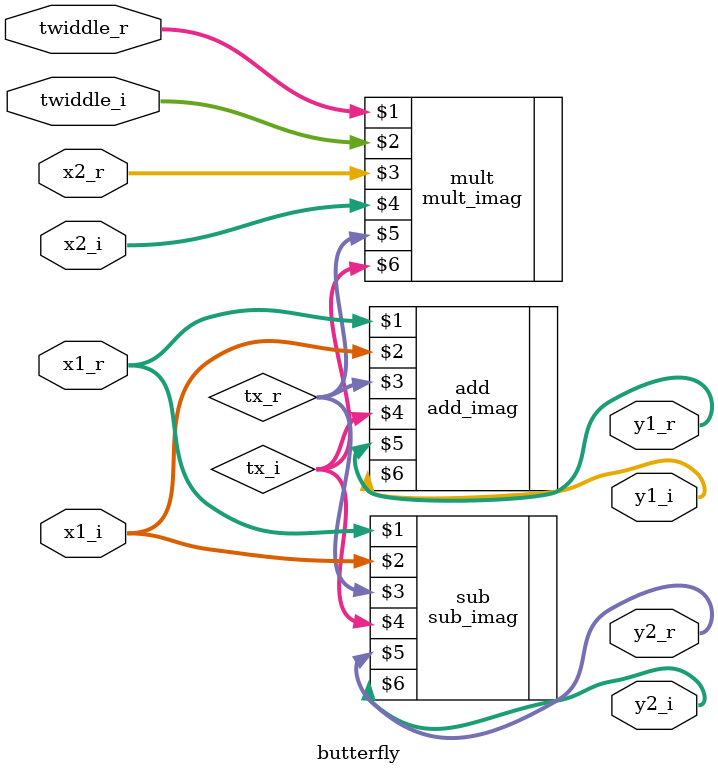
<source format=v>
module butterfly
#(parameter DATA_WIDTH = 64)
(x1_r, x1_i, x2_r, x2_i, twiddle_r, twiddle_i, y1_r, y1_i, y2_r, y2_i);

  input [DATA_WIDTH - 1: 0] x1_r;
  input [DATA_WIDTH - 1: 0] x1_i;
  input [DATA_WIDTH - 1: 0] x2_r;
  input [DATA_WIDTH - 1: 0] x2_i;
  input [DATA_WIDTH - 1: 0] twiddle_r;
  input [DATA_WIDTH - 1: 0] twiddle_i;

  output [DATA_WIDTH - 1: 0] y1_r;
  output [DATA_WIDTH - 1: 0] y1_i;
  output [DATA_WIDTH - 1: 0] y2_r;
  output [DATA_WIDTH - 1: 0] y2_i;

  wire [DATA_WIDTH - 1: 0] tx_r;
  wire [DATA_WIDTH - 1: 0] tx_i;
  mult_imag #(.DATA_WIDTH(DATA_WIDTH)) mult (twiddle_r, twiddle_i, x2_r, x2_i, tx_r, tx_i);
  add_imag  #(.DATA_WIDTH(DATA_WIDTH)) add  (x1_r, x1_i, tx_r, tx_i, y1_r, y1_i);
  sub_imag  #(.DATA_WIDTH(DATA_WIDTH)) sub  (x1_r, x1_i, tx_r, tx_i, y2_r, y2_i);

endmodule

</source>
